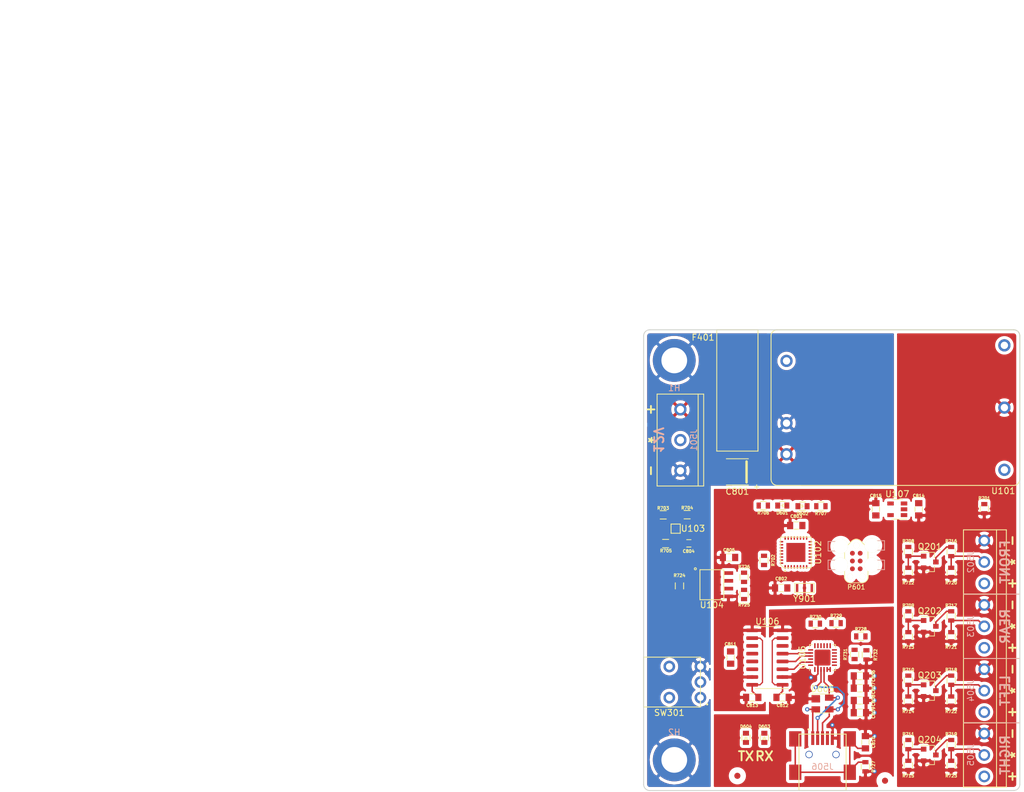
<source format=kicad_pcb>
(kicad_pcb (version 20171130) (host pcbnew 5.1.6-c6e7f7d~86~ubuntu18.04.1)
  (title_block (title "Vehicle Accessory Controller") (date 2020-06-10) (rev 0.1) (company Noctivore) (comment 1 "IF IN DOUBT - ASK") (comment 2 "Designed by Ops"))
  (layers (0 F.Cu signal) (1 In1.Cu power) (2 In2.Cu power) (31 B.Cu signal) (34 B.Paste user) (35 F.Paste user hide) (36 B.SilkS user) (37 F.SilkS user) (38 B.Mask user) (39 F.Mask user) (44 Edge.Cuts user))
  (net 0 "")
  (net 1 "Net-(C801-Pad1)")
  (net 2 GNDA)
  (net 3 +5V)
  (net 4 GND)
  (net 5 "Net-(C803-Pad1)")
  (net 6 +12VA)
  (net 7 VBUS)
  (net 8 GNDD)
  (net 9 VDD)
  (net 10 /SHIELD)
  (net 11 "Net-(C811-Pad2)")
  (net 12 "Net-(D601-Pad1)")
  (net 13 "Net-(D602-Pad1)")
  (net 14 "Net-(D603-Pad1)")
  (net 15 "Net-(D604-Pad1)")
  (net 16 /D+)
  (net 17 /D-)
  (net 18 /ACC_IN)
  (net 19 "Net-(J502-Pad2)")
  (net 20 "Net-(J503-Pad2)")
  (net 21 "Net-(J504-Pad2)")
  (net 22 "Net-(J505-Pad2)")
  (net 23 "Net-(J506-Pad4)")
  (net 24 /328P_SCK)
  (net 25 /328P_MISO)
  (net 26 /328P_MOSI)
  (net 27 "Net-(Q201-Pad3)")
  (net 28 "Net-(Q201-Pad1)")
  (net 29 "Net-(Q202-Pad1)")
  (net 30 "Net-(Q202-Pad3)")
  (net 31 "Net-(Q203-Pad1)")
  (net 32 "Net-(Q203-Pad3)")
  (net 33 "Net-(Q204-Pad3)")
  (net 34 "Net-(Q204-Pad1)")
  (net 35 /TRIM)
  (net 36 "Net-(R703-Pad1)")
  (net 37 /CTRL)
  (net 38 /PARK_STATUS)
  (net 39 /POWER_STATUS)
  (net 40 /PARK_FRONT)
  (net 41 /PARK_REAR)
  (net 42 /PARK_LEFT)
  (net 43 /PARK_RIGHT)
  (net 44 "Net-(R724-Pad2)")
  (net 45 /ACC)
  (net 46 "Net-(R728-Pad2)")
  (net 47 /RX_LED)
  (net 48 /TX_LED)
  (net 49 /VBUS_DIV)
  (net 50 /SHUTDOWN)
  (net 51 /328P_TXD)
  (net 52 /328P_RXD)
  (net 53 "Net-(U102-Pad28)")
  (net 54 "Net-(U102-Pad13)")
  (net 55 "Net-(U102-Pad27)")
  (net 56 "Net-(U102-Pad7)")
  (net 57 "Net-(U102-Pad8)")
  (net 58 "Net-(U104-Pad1)")
  (net 59 "Net-(U104-Pad7)")
  (net 60 "Net-(U104-Pad4)")
  (net 61 "Net-(U105-Pad1)")
  (net 62 "Net-(U105-Pad10)")
  (net 63 "Net-(U105-Pad11)")
  (net 64 "Net-(U105-Pad12)")
  (net 65 "Net-(U105-Pad15)")
  (net 66 "Net-(U105-Pad16)")
  (net 67 "Net-(U105-Pad17)")
  (net 68 "Net-(U105-Pad18)")
  (net 69 "Net-(U105-Pad19)")
  (net 70 /CP2102N_RXD)
  (net 71 /CP2102N_TXD)
  (net 72 "Net-(U105-Pad22)")
  (net 73 "Net-(U105-Pad24)")
  (net 74 +5VD)
  (net 75 /CP2102N_RST)
  (net 76 /328P_RST)
  (net 77 "Net-(U106-Pad6)")
  (net 78 "Net-(U106-Pad11)")
  (net 79 "Net-(U102-Pad14)")
  (net 80 "Net-(U107-Pad4)")
  (net 81 /ACC_OUT)
  (module "VehicleAccessoryController:TI_DSE_(S-PWSON-N6)" (layer F.Cu) (at 122.03 97.96)
    (fp_text reference U103 (at 2.83 -0.02) (layer F.SilkS))
    (fp_text value TPS3710)
    (pad 1 smd custom (at -0.5 0.525) (size 0.1 0.1) (layers F.Cu F.Paste F.Mask) (net 2 GNDA) (clearance 0.05) (options (clearance outline) (anchor rect)) (primitives (gr_poly (pts (xy -0.14 0.425) (xy 0.14 0.425) (xy 0.14 -0.425) (xy 0 -0.425) (xy -0.14 -0.285)) (width 0))))
    (pad 3 smd rect (at 0.5 0.575) (size 0.28 0.75) (layers F.Cu F.Paste F.Mask) (net 2 GNDA) (clearance 0.05))
    (pad 2 smd rect (at 0 0.575) (size 0.28 0.75) (layers F.Cu F.Paste F.Mask) (net 6 +12VA) (clearance 0.05))
    (pad 4 smd rect (at 0.5 -0.575) (size 0.28 0.75) (layers F.Cu F.Paste F.Mask) (net 36 "Net-(R703-Pad1)") (clearance 0.05))
    (pad 5 smd rect (at 0 -0.575) (size 0.28 0.75) (layers F.Cu F.Paste F.Mask) (net 2 GNDA) (clearance 0.05))
    (pad 6 smd rect (at -0.5 -0.575) (size 0.28 0.75) (layers F.Cu F.Paste F.Mask) (net 50 /SHUTDOWN) (clearance 0.05))
  )
  (module VehicleAccessoryController:Keystone_8719 (layer F.Cu) (at 119 83.5 270)
    (fp_text reference J501 (at 0 -6 90) (layer B.SilkS) (effects (justify mirror)))
    (fp_text value Input)
    (pad 3 thru_hole circle (at 5 -3.8 270) (size 2 2) (drill 1.194) (layers *.Cu *.Mask) (net 2 GNDA))
    (pad 1 thru_hole circle (at -5 -3.8 270) (size 2 2) (drill 1.194) (layers *.Cu *.Mask) (net 6 +12VA))
    (pad 2 thru_hole circle (at 0 -3.8 270) (size 2 2) (drill 1.194) (layers *.Cu *.Mask) (net 18 /ACC_IN))
  )
  (module VehicleAccessoryController:Keystone_3587 (layer F.Cu) (at 132.1 75.4 270)
    (fp_text reference F401 (at -8.65 5.6) (layer F.SilkS))
    (fp_text value Fuse)
    (pad 2 smd rect (at 6.73 3.16 270) (size 1.57 2.82) (layers F.Cu F.Paste F.Mask) (net 1 "Net-(C801-Pad1)"))
    (pad 1 smd rect (at -6.73 3.16 270) (size 1.57 2.82) (layers F.Cu F.Paste F.Mask) (net 6 +12VA))
    (pad 2 smd rect (at 6.73 -3.16 270) (size 1.57 2.82) (layers F.Cu F.Paste F.Mask) (net 1 "Net-(C801-Pad1)"))
    (pad 1 smd rect (at -6.73 -3.16 270) (size 1.57 2.82) (layers F.Cu F.Paste F.Mask) (net 6 +12VA))
  )
  (module VehicleAccessoryController:C_2917_D (layer F.Cu) (at 132.1 88.7 180)
    (fp_text reference C801 (at 0 -3.2) (layer F.SilkS))
    (fp_text value 10uF)
    (pad 2 smd rect (at 3.15 0 180) (size 2.37 2.43) (layers F.Cu F.Paste F.Mask) (net 2 GNDA))
    (pad 1 smd rect (at -3.15 0 180) (size 2.37 2.43) (layers F.Cu F.Paste F.Mask) (net 1 "Net-(C801-Pad1)"))
  )
  (module VehicleAccessoryController:SOIC-8_NB (layer F.Cu) (at 127.94 107.11)
    (fp_text reference U104 (at 0 3.3) (layer F.SilkS))
    (fp_text value SI8710CC-B-IS)
    (pad 5 smd rect (at 2.7 1.905) (size 1.55 0.6) (layers F.Cu F.Paste F.Mask) (net 4 GND) (clearance 0.1))
    (pad 4 smd rect (at -2.7 1.905) (size 1.55 0.6) (layers F.Cu F.Paste F.Mask) (net 60 "Net-(U104-Pad4)") (clearance 0.1))
    (pad 6 smd rect (at 2.7 0.635) (size 1.55 0.6) (layers F.Cu F.Paste F.Mask) (net 81 /ACC_OUT) (clearance 0.1))
    (pad 3 smd rect (at -2.7 0.635) (size 1.55 0.6) (layers F.Cu F.Paste F.Mask) (net 2 GNDA) (clearance 0.1))
    (pad 7 smd rect (at 2.7 -0.635) (size 1.55 0.6) (layers F.Cu F.Paste F.Mask) (net 59 "Net-(U104-Pad7)") (clearance 0.1))
    (pad 2 smd rect (at -2.7 -0.635) (size 1.55 0.6) (layers F.Cu F.Paste F.Mask) (net 44 "Net-(R724-Pad2)") (clearance 0.1))
    (pad 8 smd rect (at 2.7 -1.905) (size 1.55 0.6) (layers F.Cu F.Paste F.Mask) (net 74 +5VD) (clearance 0.1))
    (pad 1 smd rect (at -2.7 -1.905) (size 1.55 0.6) (layers F.Cu F.Paste F.Mask) (net 58 "Net-(U104-Pad1)") (clearance 0.1))
  )
  (module VehicleAccessoryController:LED_0603 (layer F.Cu) (at 139.43 94.19)
    (fp_text reference D601 (at 0 1.2) (layer F.SilkS) (effects (font (size 0.5 0.5) (thickness 0.125))))
    (fp_text value LED_ALT hide)
    (pad 2 smd rect (at 0.75 0) (size 0.8 1) (layers F.Cu F.Paste F.Mask) (net 74 +5VD))
    (pad 1 smd rect (at -0.75 0) (size 0.8 1) (layers F.Cu F.Paste F.Mask) (net 12 "Net-(D601-Pad1)"))
  )
  (module VehicleAccessoryController:LED_0603 (layer F.Cu) (at 142.73 94.29 180)
    (fp_text reference D602 (at 0 -1.2) (layer F.SilkS) (effects (font (size 0.5 0.5) (thickness 0.125))))
    (fp_text value LED_ALT hide)
    (pad 2 smd rect (at 0.75 0 180) (size 0.8 1) (layers F.Cu F.Paste F.Mask) (net 74 +5VD))
    (pad 1 smd rect (at -0.75 0 180) (size 0.8 1) (layers F.Cu F.Paste F.Mask) (net 13 "Net-(D602-Pad1)"))
  )
  (module VehicleAccessoryController:LED_0603 (layer F.Cu) (at 136.5 132.1 270)
    (fp_text reference D603 (at -1.85 0 180) (layer F.SilkS) (effects (font (size 0.5 0.5) (thickness 0.125))))
    (fp_text value LED_ALT hide)
    (pad 2 smd rect (at 0.75 0 270) (size 0.8 1) (layers F.Cu F.Paste F.Mask) (net 9 VDD))
    (pad 1 smd rect (at -0.75 0 270) (size 0.8 1) (layers F.Cu F.Paste F.Mask) (net 14 "Net-(D603-Pad1)"))
  )
  (module VehicleAccessoryController:LED_0603 (layer F.Cu) (at 133.5 132.1 270)
    (fp_text reference D604 (at -1.85 0 180) (layer F.SilkS) (effects (font (size 0.5 0.5) (thickness 0.125))))
    (fp_text value LED_ALT hide)
    (pad 2 smd rect (at 0.75 0 270) (size 0.8 1) (layers F.Cu F.Paste F.Mask) (net 9 VDD))
    (pad 1 smd rect (at -0.75 0 270) (size 0.8 1) (layers F.Cu F.Paste F.Mask) (net 15 "Net-(D604-Pad1)"))
  )
  (module VehicleAccessoryController:ATMEGA328P-MU_VQFN_MLF32 (layer F.Cu) (at 141.65 101.84 90)
    (fp_text reference U102 (at 0 3.6 90) (layer F.SilkS))
    (fp_text value "ATMEGA328P-M(32QFN_MLF)" hide)
    (pad 17 smd oval (at 2.35 1.75 90) (size 0.6 0.25) (layers F.Cu F.Paste F.Mask) (net 24 /328P_SCK))
    (pad 18 smd oval (at 2.35 1.25 90) (size 0.6 0.25) (layers F.Cu F.Paste F.Mask) (net 74 +5VD))
    (pad 19 smd oval (at 2.35 0.75 90) (size 0.6 0.25) (layers F.Cu F.Paste F.Mask))
    (pad 20 smd oval (at 2.35 0.25 90) (size 0.6 0.25) (layers F.Cu F.Paste F.Mask) (net 5 "Net-(C803-Pad1)"))
    (pad 21 smd oval (at 2.35 -0.25 90) (size 0.6 0.25) (layers F.Cu F.Paste F.Mask) (net 4 GND))
    (pad 22 smd oval (at 2.35 -0.75 90) (size 0.6 0.25) (layers F.Cu F.Paste F.Mask))
    (pad 23 smd oval (at 2.35 -1.25 90) (size 0.6 0.25) (layers F.Cu F.Paste F.Mask) (net 40 /PARK_FRONT))
    (pad 24 smd oval (at 2.35 -1.75 90) (size 0.6 0.25) (layers F.Cu F.Paste F.Mask) (net 41 /PARK_REAR))
    (pad 8 smd oval (at -2.35 1.75 90) (size 0.6 0.25) (layers F.Cu F.Paste F.Mask) (net 57 "Net-(U102-Pad8)"))
    (pad 7 smd oval (at -2.35 1.25 90) (size 0.6 0.25) (layers F.Cu F.Paste F.Mask) (net 56 "Net-(U102-Pad7)"))
    (pad 6 smd oval (at -2.35 0.75 90) (size 0.6 0.25) (layers F.Cu F.Paste F.Mask))
    (pad 5 smd oval (at -2.35 0.25 90) (size 0.6 0.25) (layers F.Cu F.Paste F.Mask) (net 4 GND))
    (pad 4 smd oval (at -2.35 -0.25 90) (size 0.6 0.25) (layers F.Cu F.Paste F.Mask) (net 74 +5VD))
    (pad 3 smd oval (at -2.35 -0.75 90) (size 0.6 0.25) (layers F.Cu F.Paste F.Mask) (net 4 GND))
    (pad 2 smd oval (at -2.35 -1.25 90) (size 0.6 0.25) (layers F.Cu F.Paste F.Mask))
    (pad 16 smd oval (at 1.75 2.35 180) (size 0.6 0.25) (layers F.Cu F.Paste F.Mask) (net 25 /328P_MISO))
    (pad 25 smd oval (at 1.75 -2.35 180) (size 0.6 0.25) (layers F.Cu F.Paste F.Mask) (net 42 /PARK_LEFT))
    (pad 15 smd oval (at 1.25 2.35 180) (size 0.6 0.25) (layers F.Cu F.Paste F.Mask) (net 26 /328P_MOSI))
    (pad 26 smd oval (at 1.25 -2.35 180) (size 0.6 0.25) (layers F.Cu F.Paste F.Mask) (net 43 /PARK_RIGHT))
    (pad 14 smd oval (at 0.75 2.35 180) (size 0.6 0.25) (layers F.Cu F.Paste F.Mask) (net 79 "Net-(U102-Pad14)"))
    (pad 27 smd oval (at 0.75 -2.35 180) (size 0.6 0.25) (layers F.Cu F.Paste F.Mask) (net 55 "Net-(U102-Pad27)"))
    (pad 13 smd oval (at 0.25 2.35 180) (size 0.6 0.25) (layers F.Cu F.Paste F.Mask) (net 54 "Net-(U102-Pad13)"))
    (pad 28 smd oval (at 0.25 -2.35 180) (size 0.6 0.25) (layers F.Cu F.Paste F.Mask) (net 53 "Net-(U102-Pad28)"))
    (pad 12 smd oval (at -0.25 2.35 180) (size 0.6 0.25) (layers F.Cu F.Paste F.Mask))
    (pad 29 smd oval (at -0.25 -2.35 180) (size 0.6 0.25) (layers F.Cu F.Paste F.Mask) (net 76 /328P_RST))
    (pad 11 smd oval (at -0.75 2.35 180) (size 0.6 0.25) (layers F.Cu F.Paste F.Mask))
    (pad 30 smd oval (at -0.75 -2.35 180) (size 0.6 0.25) (layers F.Cu F.Paste F.Mask) (net 52 /328P_RXD))
    (pad 10 smd oval (at -1.25 2.35 180) (size 0.6 0.25) (layers F.Cu F.Paste F.Mask) (net 38 /PARK_STATUS))
    (pad 31 smd oval (at -1.25 -2.35 180) (size 0.6 0.25) (layers F.Cu F.Paste F.Mask) (net 51 /328P_TXD))
    (pad 9 smd oval (at -1.75 2.35 180) (size 0.6 0.25) (layers F.Cu F.Paste F.Mask) (net 39 /POWER_STATUS))
    (pad 32 smd oval (at -1.75 -2.35 180) (size 0.6 0.25) (layers F.Cu F.Paste F.Mask) (net 45 /ACC))
    (pad 1 smd oval (at -2.35 -1.75 90) (size 0.6 0.25) (layers F.Cu F.Paste F.Mask))
    (pad 0 smd rect (at 0 0 90) (size 3.1 3.1) (layers F.Cu F.Paste F.Mask) (net 4 GND))
  )
  (module VehicleAccessoryController:AFCI_10033526_USB-mini (layer F.Cu) (at 146 134.82)
    (fp_text reference J506 (at 0 2) (layer B.SilkS) (effects (justify mirror)))
    (fp_text value USB_B_Mini)
    (pad 5 smd rect (at 1.6 -2.675) (size 0.5 2.25) (layers F.Cu F.Paste F.Mask) (net 8 GNDD))
    (pad 4 smd rect (at 0.8 -2.675) (size 0.5 2.25) (layers F.Cu F.Paste F.Mask) (net 23 "Net-(J506-Pad4)"))
    (pad 3 smd rect (at 0 -2.675) (size 0.5 2.25) (layers F.Cu F.Paste F.Mask) (net 16 /D+))
    (pad 2 smd rect (at -0.8 -2.675) (size 0.5 2.25) (layers F.Cu F.Paste F.Mask) (net 17 /D-))
    (pad 0 smd rect (at 4.45 2.9) (size 2 2.5) (layers F.Cu F.Paste F.Mask) (net 10 /SHIELD))
    (pad 0 smd rect (at -4.45 2.9) (size 2 2.5) (layers F.Cu F.Paste F.Mask) (net 10 /SHIELD))
    (pad 0 smd rect (at 4.45 -2.55) (size 2 2.5) (layers F.Cu F.Paste F.Mask) (net 10 /SHIELD))
    (pad 0 smd rect (at -4.45 -2.55) (size 2 2.5) (layers F.Cu F.Paste F.Mask) (net 10 /SHIELD))
    (pad "" np_thru_hole circle (at 2.2 0) (size 1.2 1.2) (drill 0.95) (layers *.Cu *.Mask))
    (pad "" np_thru_hole circle (at -2.2 0) (size 1.2 1.2) (drill 0.95) (layers *.Cu *.Mask))
    (pad 1 smd rect (at -1.6 -2.675) (size 0.5 2.25) (layers F.Cu F.Paste F.Mask) (net 7 VBUS))
  )
  (module VehicleAccessoryController:C&K_ET_Series_Switch (layer F.Cu) (at 126.07 123 270)
    (fp_text reference SW301 (at 5 5.08 180) (layer F.SilkS))
    (fp_text value ON/OFF)
    (pad 0 thru_hole circle (at 2.54 5.08 270) (size 1.9 1.9) (drill 1.09) (layers *.Cu *.Mask) (clearance 0.1))
    (pad 0 thru_hole circle (at -2.54 5.08 270) (size 1.9 1.9) (drill 1.09) (layers *.Cu *.Mask) (clearance 0.1))
    (pad 1 thru_hole circle (at 2.54 0 270) (size 1.9 1.9) (drill 1.09) (layers *.Cu *.Mask) (net 50 /SHUTDOWN) (clearance 0.1))
    (pad 2 thru_hole circle (at 0 0 270) (size 1.9 1.9) (drill 1.09) (layers *.Cu *.Mask) (net 37 /CTRL) (clearance 0.1))
    (pad 3 thru_hole circle (at -2.54 0 270) (size 1.9 1.9) (drill 1.09) (layers *.Cu *.Mask) (net 2 GNDA) (clearance 0.1))
  )
  (module VehicleAccessoryController:REM20-XXXXXW (layer F.Cu) (at 157.9 78.2)
    (fp_text reference U101 (at 17.6 13.6) (layer F.SilkS))
    (fp_text value RECOM_REMX0-W)
    (pad 3 thru_hole circle (at -17.78 -7.62) (size 2 2) (drill 1.2) (layers *.Cu *.Mask) (net 37 /CTRL))
    (pad 2 thru_hole circle (at -17.78 2.54) (size 2 2) (drill 1.2) (layers *.Cu *.Mask) (net 2 GNDA))
    (pad 1 thru_hole circle (at -17.78 7.62) (size 2 2) (drill 1.2) (layers *.Cu *.Mask) (net 1 "Net-(C801-Pad1)"))
    (pad 6 thru_hole circle (at 17.78 10.16) (size 2 2) (drill 1.2) (layers *.Cu *.Mask) (net 3 +5V))
    (pad 5 thru_hole circle (at 17.78 0) (size 2 2) (drill 1.2) (layers *.Cu *.Mask) (net 4 GND))
    (pad 4 thru_hole circle (at 17.78 -10.16) (size 2 2) (drill 1.2) (layers *.Cu *.Mask) (net 35 /TRIM))
  )
  (module VehicleAccessoryController:TE_1776275-3 (layer F.Cu) (at 172.4 103.4 90)
    (fp_text reference J502 (at 0 -2.2 90) (layer B.SilkS) (effects (justify mirror)))
    (fp_text value "Front Conn")
    (pad 3 thru_hole circle (at 3.5 0 90) (size 1.9 1.9) (drill 1.2) (layers *.Cu *.Mask) (net 4 GND))
    (pad 2 thru_hole circle (at 0 0 90) (size 1.9 1.9) (drill 1.2) (layers *.Cu *.Mask) (net 19 "Net-(J502-Pad2)"))
    (pad 1 thru_hole circle (at -3.5 0 90) (size 1.9 1.9) (drill 1.2) (layers *.Cu *.Mask) (net 3 +5V))
  )
  (module VehicleAccessoryController:TE_1776275-3 (layer F.Cu) (at 172.4 113.9 90)
    (fp_text reference J503 (at 0 -2.2 90) (layer B.SilkS) (effects (justify mirror)))
    (fp_text value "Rear Conn")
    (pad 3 thru_hole circle (at 3.5 0 90) (size 1.9 1.9) (drill 1.2) (layers *.Cu *.Mask) (net 4 GND))
    (pad 2 thru_hole circle (at 0 0 90) (size 1.9 1.9) (drill 1.2) (layers *.Cu *.Mask) (net 20 "Net-(J503-Pad2)"))
    (pad 1 thru_hole circle (at -3.5 0 90) (size 1.9 1.9) (drill 1.2) (layers *.Cu *.Mask) (net 3 +5V))
  )
  (module VehicleAccessoryController:TE_1776275-3 (layer F.Cu) (at 172.4 124.4 90)
    (fp_text reference J504 (at 0 -2.2 90) (layer B.SilkS) (effects (justify mirror)))
    (fp_text value "Left Conn")
    (pad 3 thru_hole circle (at 3.5 0 90) (size 1.9 1.9) (drill 1.2) (layers *.Cu *.Mask) (net 4 GND))
    (pad 2 thru_hole circle (at 0 0 90) (size 1.9 1.9) (drill 1.2) (layers *.Cu *.Mask) (net 21 "Net-(J504-Pad2)"))
    (pad 1 thru_hole circle (at -3.5 0 90) (size 1.9 1.9) (drill 1.2) (layers *.Cu *.Mask) (net 3 +5V))
  )
  (module VehicleAccessoryController:TE_1776275-3 (layer F.Cu) (at 172.4 134.9 90)
    (fp_text reference J505 (at 0 -2.2 90) (layer B.SilkS) (effects (justify mirror)))
    (fp_text value "Right Conn")
    (pad 3 thru_hole circle (at 3.5 0 90) (size 1.9 1.9) (drill 1.2) (layers *.Cu *.Mask) (net 4 GND))
    (pad 2 thru_hole circle (at 0 0 90) (size 1.9 1.9) (drill 1.2) (layers *.Cu *.Mask) (net 22 "Net-(J505-Pad2)"))
    (pad 1 thru_hole circle (at -3.5 0 90) (size 1.9 1.9) (drill 1.2) (layers *.Cu *.Mask) (net 3 +5V))
  )
  (module VehicleAccessoryController:FAB_NOTES (layer F.Cu) (at 12 12)
    (fp_text reference REF** hide)
    (fp_text value FAB_NOTES hide)
  )
  (module VehicleAccessoryController:C_0603 (layer F.Cu) (at 139.25 107.64 180)
    (fp_text reference C802 (at 0 1.5) (layer F.SilkS) (effects (font (size 0.5 0.5) (thickness 0.125))))
    (fp_text value 1uF)
    (pad 1 smd rect (at -1 0 180) (size 1 1.2) (layers F.Cu F.Paste F.Mask) (net 74 +5VD))
    (pad 2 smd rect (at 1 0 180) (size 1 1.2) (layers F.Cu F.Paste F.Mask) (net 4 GND))
  )
  (module VehicleAccessoryController:C_0603 (layer F.Cu) (at 141.71 97.45 180)
    (fp_text reference C803 (at 0 1.5) (layer F.SilkS) (effects (font (size 0.5 0.5) (thickness 0.125))))
    (fp_text value 0.1uF)
    (pad 2 smd rect (at 1 0 180) (size 1 1.2) (layers F.Cu F.Paste F.Mask) (net 4 GND))
    (pad 1 smd rect (at -1 0 180) (size 1 1.2) (layers F.Cu F.Paste F.Mask) (net 5 "Net-(C803-Pad1)"))
  )
  (module VehicleAccessoryController:C_0603 (layer F.Cu) (at 124.18 100.36)
    (fp_text reference C804 (at -0.03 1.29) (layer F.SilkS) (effects (font (size 0.5 0.5) (thickness 0.125))))
    (fp_text value 0.1uF)
    (pad 2 smd rect (at 1 0) (size 1 1.2) (layers F.Cu F.Paste F.Mask) (net 2 GNDA))
    (pad 1 smd rect (at -1 0) (size 1 1.2) (layers F.Cu F.Paste F.Mask) (net 6 +12VA))
  )
  (module VehicleAccessoryController:C_0603 (layer F.Cu) (at 130.74 102.66 180)
    (fp_text reference C805 (at 0 1.2) (layer F.SilkS) (effects (font (size 0.5 0.5) (thickness 0.125))))
    (fp_text value 0.1uF)
    (pad 2 smd rect (at 1 0 180) (size 1 1.2) (layers F.Cu F.Paste F.Mask) (net 4 GND))
    (pad 1 smd rect (at -1 0 180) (size 1 1.2) (layers F.Cu F.Paste F.Mask) (net 74 +5VD))
  )
  (module VehicleAccessoryController:C_0603 (layer F.Cu) (at 152.1 122)
    (fp_text reference C806 (at 2.2 0 90) (layer F.SilkS) (effects (font (size 0.5 0.5) (thickness 0.125))))
    (fp_text value 4.7uF)
    (pad 1 smd rect (at -1 0) (size 1 1.2) (layers F.Cu F.Paste F.Mask) (net 7 VBUS))
    (pad 2 smd rect (at 1 0) (size 1 1.2) (layers F.Cu F.Paste F.Mask) (net 8 GNDD))
  )
  (module VehicleAccessoryController:C_0603 (layer F.Cu) (at 152.1 124)
    (fp_text reference C807 (at 2.2 0 90) (layer F.SilkS) (effects (font (size 0.5 0.5) (thickness 0.125))))
    (fp_text value 0.1uF)
    (pad 1 smd rect (at -1 0) (size 1 1.2) (layers F.Cu F.Paste F.Mask) (net 7 VBUS))
    (pad 2 smd rect (at 1 0) (size 1 1.2) (layers F.Cu F.Paste F.Mask) (net 8 GNDD))
  )
  (module VehicleAccessoryController:C_0603 (layer F.Cu) (at 152.1 126)
    (fp_text reference C808 (at 2.2 0 90) (layer F.SilkS) (effects (font (size 0.5 0.5) (thickness 0.125))))
    (fp_text value 4.7uF)
    (pad 1 smd rect (at -1 0) (size 1 1.2) (layers F.Cu F.Paste F.Mask) (net 9 VDD))
    (pad 2 smd rect (at 1 0) (size 1 1.2) (layers F.Cu F.Paste F.Mask) (net 8 GNDD))
  )
  (module VehicleAccessoryController:C_0603 (layer F.Cu) (at 152.1 128)
    (fp_text reference C809 (at 2.2 0 90) (layer F.SilkS) (effects (font (size 0.5 0.5) (thickness 0.125))))
    (fp_text value 0.1uF)
    (pad 2 smd rect (at 1 0) (size 1 1.2) (layers F.Cu F.Paste F.Mask) (net 8 GNDD))
    (pad 1 smd rect (at -1 0) (size 1 1.2) (layers F.Cu F.Paste F.Mask) (net 9 VDD))
  )
  (module VehicleAccessoryController:C_0603 (layer F.Cu) (at 153 132.82 90)
    (fp_text reference C810 (at 0 1.3 90) (layer F.SilkS) (effects (font (size 0.5 0.5) (thickness 0.125))))
    (fp_text value 0.1nF)
    (pad 1 smd rect (at -1 0 90) (size 1 1.2) (layers F.Cu F.Paste F.Mask) (net 10 /SHIELD))
    (pad 2 smd rect (at 1 0 90) (size 1 1.2) (layers F.Cu F.Paste F.Mask) (net 8 GNDD))
  )
  (module VehicleAccessoryController:C_0603 (layer F.Cu) (at 131 119 270)
    (fp_text reference C811 (at -2.18 0.02 180) (layer F.SilkS) (effects (font (size 0.5 0.5) (thickness 0.125))))
    (fp_text value 0.1uF)
    (pad 2 smd rect (at 1 0 270) (size 1 1.2) (layers F.Cu F.Paste F.Mask) (net 11 "Net-(C811-Pad2)"))
    (pad 1 smd rect (at -1 0 270) (size 1 1.2) (layers F.Cu F.Paste F.Mask) (net 76 /328P_RST))
  )
  (module VehicleAccessoryController:C_0603 (layer F.Cu) (at 139.475 125.5)
    (fp_text reference C812 (at 0 1.3 180) (layer F.SilkS) (effects (font (size 0.5 0.5) (thickness 0.125))))
    (fp_text value 0.1uF)
    (pad 2 smd rect (at 1 0) (size 1 1.2) (layers F.Cu F.Paste F.Mask) (net 8 GNDD))
    (pad 1 smd rect (at -1 0) (size 1 1.2) (layers F.Cu F.Paste F.Mask) (net 9 VDD))
  )
  (module VehicleAccessoryController:C_0603 (layer F.Cu) (at 134.525 125.5 180)
    (fp_text reference C813 (at 0 -1.3 180) (layer F.SilkS) (effects (font (size 0.5 0.5) (thickness 0.125))))
    (fp_text value 0.1uF)
    (pad 1 smd rect (at -1 0 180) (size 1 1.2) (layers F.Cu F.Paste F.Mask) (net 74 +5VD))
    (pad 2 smd rect (at 1 0 180) (size 1 1.2) (layers F.Cu F.Paste F.Mask) (net 4 GND))
  )
  (module Package_TO_SOT_SMD:SOT-143 (layer F.Cu) (at 146 126.5)
    (fp_text reference D605 (at 0.02 -2.38) (layer F.SilkS))
    (fp_text value SP0503BAHT)
    (pad 1 smd rect (at -1.1 -0.77 270) (size 1.2 1.4) (layers F.Cu F.Paste F.Mask) (net 8 GNDD))
    (pad 2 smd rect (at -1.1 0.95 270) (size 1 1.4) (layers F.Cu F.Paste F.Mask) (net 7 VBUS))
    (pad 3 smd rect (at 1.1 0.95 270) (size 1 1.4) (layers F.Cu F.Paste F.Mask) (net 16 /D+))
    (pad 4 smd rect (at 1.1 -0.95 270) (size 1 1.4) (layers F.Cu F.Paste F.Mask) (net 17 /D-))
  )
  (module VehicleAccessoryController:Fiducial (layer F.Cu) (at 132.1 72)
    (fp_text reference fid1 hide)
    (fp_text value FID)
    (pad 1 smd circle (at 0 0) (size 1 1) (layers F.Cu F.Mask) (clearance 0.9))
  )
  (module VehicleAccessoryController:Fiducial (layer F.Cu) (at 132.1 138.3)
    (fp_text reference fid2 hide)
    (fp_text value FID)
    (pad 1 smd circle (at 0 0) (size 1 1) (layers F.Cu F.Mask) (clearance 0.9))
  )
  (module VehicleAccessoryController:Fiducial (layer F.Cu) (at 156.2 139.1)
    (fp_text reference fid3 hide)
    (fp_text value FID)
    (pad 1 smd circle (at 0 0) (size 1 1) (layers F.Cu F.Mask) (clearance 0.9))
  )
  (module Tag-Connect:TC2030_SMALL (layer F.Cu) (at 151.51 103.24 270)
    (fp_text reference P601 (at 4.26 0 180) (layer F.SilkS) (effects (font (size 0.75692 0.75692) (thickness 0.127))))
    (fp_text value TC2030-MCP hide)
    (pad 1 connect circle (at -1.27 0.635 270) (size 0.78486 0.78486) (layers F.Cu F.Mask) (net 74 +5VD))
    (pad 2 connect circle (at -1.27 -0.635 270) (size 0.78486 0.78486) (layers F.Cu F.Mask) (net 76 /328P_RST))
    (pad 3 connect circle (at 0 0.635 270) (size 0.78486 0.78486) (layers F.Cu F.Mask) (net 24 /328P_SCK))
    (pad 4 connect circle (at 0 -0.635 270) (size 0.78486 0.78486) (layers F.Cu F.Mask) (net 4 GND))
    (pad 5 connect circle (at 1.27 0.635 270) (size 0.78486 0.78486) (layers F.Cu F.Mask) (net 25 /328P_MISO))
    (pad 6 connect circle (at 1.27 -0.635 270) (size 0.78486 0.78486) (layers F.Cu F.Mask) (net 26 /328P_MOSI))
    (pad "" np_thru_hole circle (at -2.54 0 270) (size 0.98806 0.98806) (drill 0.98806) (layers *.Cu *.Mask F.SilkS))
    (pad "" np_thru_hole circle (at 2.54 -1.016 270) (size 0.98552 0.98552) (drill 0.98552) (layers *.Cu *.Mask F.SilkS))
    (pad "" np_thru_hole circle (at 2.54 1.016 270) (size 0.98552 0.98552) (drill 0.98552) (layers *.Cu *.Mask F.SilkS))
    (pad "" np_thru_hole circle (at -2.54 -2.54 270) (size 2.37236 2.37236) (drill 2.37236) (layers *.Cu *.Mask F.SilkS))
    (pad "" np_thru_hole circle (at 0.635 -2.54 270) (size 2.36982 2.36982) (drill 2.36982) (layers *.Cu *.Mask F.SilkS))
    (pad "" np_thru_hole circle (at -2.413 2.54 270) (size 2.36982 2.36982) (drill 2.36982) (layers *.Cu *.Mask F.SilkS))
    (pad "" np_thru_hole circle (at 0.635 2.54 270) (size 2.36982 2.36982) (drill 2.36982) (layers *.Cu *.Mask F.SilkS))
  )
  (module Package_TO_SOT_SMD:SOT-23 (layer F.Cu) (at 163.5 103.4)
    (fp_text reference Q201 (at 0 -2.5) (layer F.SilkS))
    (fp_text value BSS138)
    (pad 3 smd rect (at 1 0) (size 0.9 0.8) (layers F.Cu F.Paste F.Mask) (net 27 "Net-(Q201-Pad3)"))
    (pad 2 smd rect (at -1 0.95) (size 0.9 0.8) (layers F.Cu F.Paste F.Mask) (net 4 GND))
    (pad 1 smd rect (at -1 -0.95) (size 0.9 0.8) (layers F.Cu F.Paste F.Mask) (net 28 "Net-(Q201-Pad1)"))
  )
  (module Package_TO_SOT_SMD:SOT-23 (layer F.Cu) (at 163.5 113.9)
    (fp_text reference Q202 (at 0 -2.5) (layer F.SilkS))
    (fp_text value BSS138)
    (pad 1 smd rect (at -1 -0.95) (size 0.9 0.8) (layers F.Cu F.Paste F.Mask) (net 29 "Net-(Q202-Pad1)"))
    (pad 2 smd rect (at -1 0.95) (size 0.9 0.8) (layers F.Cu F.Paste F.Mask) (net 4 GND))
    (pad 3 smd rect (at 1 0) (size 0.9 0.8) (layers F.Cu F.Paste F.Mask) (net 30 "Net-(Q202-Pad3)"))
  )
  (module Package_TO_SOT_SMD:SOT-23 (layer F.Cu) (at 163.5 124.4)
    (fp_text reference Q203 (at 0 -2.5) (layer F.SilkS))
    (fp_text value BSS138)
    (pad 1 smd rect (at -1 -0.95) (size 0.9 0.8) (layers F.Cu F.Paste F.Mask) (net 31 "Net-(Q203-Pad1)"))
    (pad 2 smd rect (at -1 0.95) (size 0.9 0.8) (layers F.Cu F.Paste F.Mask) (net 4 GND))
    (pad 3 smd rect (at 1 0) (size 0.9 0.8) (layers F.Cu F.Paste F.Mask) (net 32 "Net-(Q203-Pad3)"))
  )
  (module Package_TO_SOT_SMD:SOT-23 (layer F.Cu) (at 163.5 134.9)
    (fp_text reference Q204 (at 0 -2.5) (layer F.SilkS))
    (fp_text value BSS138)
    (pad 3 smd rect (at 1 0) (size 0.9 0.8) (layers F.Cu F.Paste F.Mask) (net 33 "Net-(Q204-Pad3)"))
    (pad 2 smd rect (at -1 0.95) (size 0.9 0.8) (layers F.Cu F.Paste F.Mask) (net 4 GND))
    (pad 1 smd rect (at -1 -0.95) (size 0.9 0.8) (layers F.Cu F.Paste F.Mask) (net 34 "Net-(Q204-Pad1)"))
  )
  (module VehicleAccessoryController:R_0603 (layer F.Cu) (at 172.4 94.7 270)
    (fp_text reference R701 (at -1.7 0 180) (layer F.SilkS) (effects (font (size 0.5 0.5) (thickness 0.125))))
    (fp_text value 48k7)
    (pad 2 smd rect (at 0.75 0 270) (size 0.7 1) (layers F.Cu F.Paste F.Mask) (net 4 GND))
    (pad 1 smd rect (at -0.75 0 270) (size 0.7 1) (layers F.Cu F.Paste F.Mask) (net 35 /TRIM))
  )
  (module VehicleAccessoryController:R_0603 (layer F.Cu) (at 136.45 103.14 90)
    (fp_text reference R702 (at 0 1.5 90) (layer F.SilkS) (effects (font (size 0.5 0.5) (thickness 0.125))))
    (fp_text value 10K)
    (pad 1 smd rect (at -0.75 0 90) (size 0.7 1) (layers F.Cu F.Paste F.Mask) (net 74 +5VD))
    (pad 2 smd rect (at 0.75 0 90) (size 0.7 1) (layers F.Cu F.Paste F.Mask) (net 76 /328P_RST))
  )
  (module VehicleAccessoryController:R_0603 (layer F.Cu) (at 120 95.71 180)
    (fp_text reference R703 (at 0.02 1.1) (layer F.SilkS) (effects (font (size 0.5 0.5) (thickness 0.125))))
    (fp_text value 2M43)
    (pad 2 smd rect (at 0.75 0 180) (size 0.7 1) (layers F.Cu F.Paste F.Mask) (net 6 +12VA))
    (pad 1 smd rect (at -0.75 0 180) (size 0.7 1) (layers F.Cu F.Paste F.Mask) (net 36 "Net-(R703-Pad1)"))
  )
  (module VehicleAccessoryController:R_0603 (layer F.Cu) (at 123.9 95.68 180)
    (fp_text reference R704 (at -0.01 1.11) (layer F.SilkS) (effects (font (size 0.5 0.5) (thickness 0.125))))
    (fp_text value 84k5)
    (pad 1 smd rect (at -0.75 0 180) (size 0.7 1) (layers F.Cu F.Paste F.Mask) (net 2 GNDA))
    (pad 2 smd rect (at 0.75 0 180) (size 0.7 1) (layers F.Cu F.Paste F.Mask) (net 36 "Net-(R703-Pad1)"))
  )
  (module VehicleAccessoryController:R_0603 (layer F.Cu) (at 120.39 100.39)
    (fp_text reference R705 (at 0.05 1.18 180) (layer F.SilkS) (effects (font (size 0.5 0.5) (thickness 0.125))))
    (fp_text value 49k9)
    (pad 2 smd rect (at 0.75 0) (size 0.7 1) (layers F.Cu F.Paste F.Mask) (net 6 +12VA))
    (pad 1 smd rect (at -0.75 0) (size 0.7 1) (layers F.Cu F.Paste F.Mask) (net 37 /CTRL))
  )
  (module VehicleAccessoryController:R_0603 (layer F.Cu) (at 136.33 94.19)
    (fp_text reference R706 (at 0 1.2) (layer F.SilkS) (effects (font (size 0.5 0.5) (thickness 0.125))))
    (fp_text value 430R)
    (pad 1 smd rect (at -0.75 0) (size 0.7 1) (layers F.Cu F.Paste F.Mask) (net 38 /PARK_STATUS))
    (pad 2 smd rect (at 0.75 0) (size 0.7 1) (layers F.Cu F.Paste F.Mask) (net 12 "Net-(D601-Pad1)"))
  )
  (module VehicleAccessoryController:R_0603 (layer F.Cu) (at 145.73 94.29 180)
    (fp_text reference R707 (at 0 -1.2) (layer F.SilkS) (effects (font (size 0.5 0.5) (thickness 0.125))))
    (fp_text value 430R)
    (pad 2 smd rect (at 0.75 0 180) (size 0.7 1) (layers F.Cu F.Paste F.Mask) (net 13 "Net-(D602-Pad1)"))
    (pad 1 smd rect (at -0.75 0 180) (size 0.7 1) (layers F.Cu F.Paste F.Mask) (net 39 /POWER_STATUS))
  )
  (module VehicleAccessoryController:R_0603 (layer F.Cu) (at 160 101.7 270)
    (fp_text reference R708 (at -1.7 0 180) (layer F.SilkS) (effects (font (size 0.5 0.5) (thickness 0.125))))
    (fp_text value 1k)
    (pad 2 smd rect (at 0.75 0 270) (size 0.7 1) (layers F.Cu F.Paste F.Mask) (net 28 "Net-(Q201-Pad1)"))
    (pad 1 smd rect (at -0.75 0 270) (size 0.7 1) (layers F.Cu F.Paste F.Mask) (net 40 /PARK_FRONT))
  )
  (module VehicleAccessoryController:R_0603 (layer F.Cu) (at 160 112.2 270)
    (fp_text reference R709 (at -1.7 0 180) (layer F.SilkS) (effects (font (size 0.5 0.5) (thickness 0.125))))
    (fp_text value 1k)
    (pad 1 smd rect (at -0.75 0 270) (size 0.7 1) (layers F.Cu F.Paste F.Mask) (net 41 /PARK_REAR))
    (pad 2 smd rect (at 0.75 0 270) (size 0.7 1) (layers F.Cu F.Paste F.Mask) (net 29 "Net-(Q202-Pad1)"))
  )
  (module VehicleAccessoryController:R_0603 (layer F.Cu) (at 160 122.7 270)
    (fp_text reference R710 (at -1.7 0 180) (layer F.SilkS) (effects (font (size 0.5 0.5) (thickness 0.125))))
    (fp_text value 1k)
    (pad 2 smd rect (at 0.75 0 270) (size 0.7 1) (layers F.Cu F.Paste F.Mask) (net 31 "Net-(Q203-Pad1)"))
    (pad 1 smd rect (at -0.75 0 270) (size 0.7 1) (layers F.Cu F.Paste F.Mask) (net 42 /PARK_LEFT))
  )
  (module VehicleAccessoryController:R_0603 (layer F.Cu) (at 160 133.2 270)
    (fp_text reference R711 (at -1.7 0 180) (layer F.SilkS) (effects (font (size 0.5 0.5) (thickness 0.125))))
    (fp_text value 1k)
    (pad 1 smd rect (at -0.75 0 270) (size 0.7 1) (layers F.Cu F.Paste F.Mask) (net 43 /PARK_RIGHT))
    (pad 2 smd rect (at 0.75 0 270) (size 0.7 1) (layers F.Cu F.Paste F.Mask) (net 34 "Net-(Q204-Pad1)"))
  )
  (module VehicleAccessoryController:R_0603 (layer F.Cu) (at 160 105.1 90)
    (fp_text reference R712 (at -1.7 0 180) (layer F.SilkS) (effects (font (size 0.5 0.5) (thickness 0.125))))
    (fp_text value 1M)
    (pad 1 smd rect (at -0.75 0 90) (size 0.7 1) (layers F.Cu F.Paste F.Mask) (net 4 GND))
    (pad 2 smd rect (at 0.75 0 90) (size 0.7 1) (layers F.Cu F.Paste F.Mask) (net 28 "Net-(Q201-Pad1)"))
  )
  (module VehicleAccessoryController:R_0603 (layer F.Cu) (at 160 115.6 90)
    (fp_text reference R713 (at -1.7 0 180) (layer F.SilkS) (effects (font (size 0.5 0.5) (thickness 0.125))))
    (fp_text value 1M)
    (pad 2 smd rect (at 0.75 0 90) (size 0.7 1) (layers F.Cu F.Paste F.Mask) (net 29 "Net-(Q202-Pad1)"))
    (pad 1 smd rect (at -0.75 0 90) (size 0.7 1) (layers F.Cu F.Paste F.Mask) (net 4 GND))
  )
  (module VehicleAccessoryController:R_0603 (layer F.Cu) (at 160 126.1 90)
    (fp_text reference R714 (at -1.7 0 180) (layer F.SilkS) (effects (font (size 0.5 0.5) (thickness 0.125))))
    (fp_text value 1M)
    (pad 2 smd rect (at 0.75 0 90) (size 0.7 1) (layers F.Cu F.Paste F.Mask) (net 31 "Net-(Q203-Pad1)"))
    (pad 1 smd rect (at -0.75 0 90) (size 0.7 1) (layers F.Cu F.Paste F.Mask) (net 4 GND))
  )
  (module VehicleAccessoryController:R_0603 (layer F.Cu) (at 160 136.6 90)
    (fp_text reference R715 (at -1.7 0 180) (layer F.SilkS) (effects (font (size 0.5 0.5) (thickness 0.125))))
    (fp_text value 1M)
    (pad 1 smd rect (at -0.75 0 90) (size 0.7 1) (layers F.Cu F.Paste F.Mask) (net 4 GND))
    (pad 2 smd rect (at 0.75 0 90) (size 0.7 1) (layers F.Cu F.Paste F.Mask) (net 34 "Net-(Q204-Pad1)"))
  )
  (module VehicleAccessoryController:R_0603 (layer F.Cu) (at 167 101.7 270)
    (fp_text reference R716 (at -1.7 0 180) (layer F.SilkS) (effects (font (size 0.5 0.5) (thickness 0.125))))
    (fp_text value 22k1)
    (pad 1 smd rect (at -0.75 0 270) (size 0.7 1) (layers F.Cu F.Paste F.Mask) (net 27 "Net-(Q201-Pad3)"))
    (pad 2 smd rect (at 0.75 0 270) (size 0.7 1) (layers F.Cu F.Paste F.Mask) (net 19 "Net-(J502-Pad2)"))
  )
  (module VehicleAccessoryController:R_0603 (layer F.Cu) (at 167 112.2 270)
    (fp_text reference R717 (at -1.7 0 180) (layer F.SilkS) (effects (font (size 0.5 0.5) (thickness 0.125))))
    (fp_text value 22k1)
    (pad 2 smd rect (at 0.75 0 270) (size 0.7 1) (layers F.Cu F.Paste F.Mask) (net 20 "Net-(J503-Pad2)"))
    (pad 1 smd rect (at -0.75 0 270) (size 0.7 1) (layers F.Cu F.Paste F.Mask) (net 30 "Net-(Q202-Pad3)"))
  )
  (module VehicleAccessoryController:R_0603 (layer F.Cu) (at 167 122.7 270)
    (fp_text reference R718 (at -1.7 0 180) (layer F.SilkS) (effects (font (size 0.5 0.5) (thickness 0.125))))
    (fp_text value 22k1)
    (pad 1 smd rect (at -0.75 0 270) (size 0.7 1) (layers F.Cu F.Paste F.Mask) (net 32 "Net-(Q203-Pad3)"))
    (pad 2 smd rect (at 0.75 0 270) (size 0.7 1) (layers F.Cu F.Paste F.Mask) (net 21 "Net-(J504-Pad2)"))
  )
  (module VehicleAccessoryController:R_0603 (layer F.Cu) (at 167 133.2 270)
    (fp_text reference R719 (at -1.7 0 180) (layer F.SilkS) (effects (font (size 0.5 0.5) (thickness 0.125))))
    (fp_text value 22k1)
    (pad 2 smd rect (at 0.75 0 270) (size 0.7 1) (layers F.Cu F.Paste F.Mask) (net 22 "Net-(J505-Pad2)"))
    (pad 1 smd rect (at -0.75 0 270) (size 0.7 1) (layers F.Cu F.Paste F.Mask) (net 33 "Net-(Q204-Pad3)"))
  )
  (module VehicleAccessoryController:R_0603 (layer F.Cu) (at 167 105.1 90)
    (fp_text reference R720 (at -1.7 0 180) (layer F.SilkS) (effects (font (size 0.5 0.5) (thickness 0.125))))
    (fp_text value 30k9)
    (pad 2 smd rect (at 0.75 0 90) (size 0.7 1) (layers F.Cu F.Paste F.Mask) (net 19 "Net-(J502-Pad2)"))
    (pad 1 smd rect (at -0.75 0 90) (size 0.7 1) (layers F.Cu F.Paste F.Mask) (net 4 GND))
  )
  (module VehicleAccessoryController:R_0603 (layer F.Cu) (at 167 115.6 90)
    (fp_text reference R721 (at -1.7 0 180) (layer F.SilkS) (effects (font (size 0.5 0.5) (thickness 0.125))))
    (fp_text value 30k9)
    (pad 2 smd rect (at 0.75 0 90) (size 0.7 1) (layers F.Cu F.Paste F.Mask) (net 20 "Net-(J503-Pad2)"))
    (pad 1 smd rect (at -0.75 0 90) (size 0.7 1) (layers F.Cu F.Paste F.Mask) (net 4 GND))
  )
  (module VehicleAccessoryController:R_0603 (layer F.Cu) (at 167 126.1 90)
    (fp_text reference R722 (at -1.7 0 180) (layer F.SilkS) (effects (font (size 0.5 0.5) (thickness 0.125))))
    (fp_text value 30k9)
    (pad 2 smd rect (at 0.75 0 90) (size 0.7 1) (layers F.Cu F.Paste F.Mask) (net 21 "Net-(J504-Pad2)"))
    (pad 1 smd rect (at -0.75 0 90) (size 0.7 1) (layers F.Cu F.Paste F.Mask) (net 4 GND))
  )
  (module VehicleAccessoryController:R_0603 (layer F.Cu) (at 167 136.6 90)
    (fp_text reference R723 (at -1.7 0 180) (layer F.SilkS) (effects (font (size 0.5 0.5) (thickness 0.125))))
    (fp_text value 30k9)
    (pad 1 smd rect (at -0.75 0 90) (size 0.7 1) (layers F.Cu F.Paste F.Mask) (net 4 GND))
    (pad 2 smd rect (at 0.75 0 90) (size 0.7 1) (layers F.Cu F.Paste F.Mask) (net 22 "Net-(J505-Pad2)"))
  )
  (module VehicleAccessoryController:R_0603 (layer F.Cu) (at 122.65 107.3 90)
    (fp_text reference R724 (at 1.7 0 180) (layer F.SilkS) (effects (font (size 0.5 0.5) (thickness 0.125))))
    (fp_text value 1k)
    (pad 1 smd rect (at -0.75 0 90) (size 0.7 1) (layers F.Cu F.Paste F.Mask) (net 18 /ACC_IN))
    (pad 2 smd rect (at 0.75 0 90) (size 0.7 1) (layers F.Cu F.Paste F.Mask) (net 44 "Net-(R724-Pad2)"))
  )
  (module VehicleAccessoryController:R_0603 (layer F.Cu) (at 133.19 108.7 90)
    (fp_text reference R725 (at -1.7 0 180) (layer F.SilkS) (effects (font (size 0.5 0.5) (thickness 0.125))))
    (fp_text value 160R)
    (pad 1 smd rect (at -0.75 0 90) (size 0.7 1) (layers F.Cu F.Paste F.Mask) (net 45 /ACC))
    (pad 2 smd rect (at 0.75 0 90) (size 0.7 1) (layers F.Cu F.Paste F.Mask) (net 81 /ACC_OUT))
  )
  (module VehicleAccessoryController:R_0603 (layer F.Cu) (at 133.19 105.9 270)
    (fp_text reference R726 (at -1.7 0 180) (layer F.SilkS) (effects (font (size 0.5 0.5) (thickness 0.125))))
    (fp_text value 1k)
    (pad 2 smd rect (at 0.75 0 270) (size 0.7 1) (layers F.Cu F.Paste F.Mask) (net 81 /ACC_OUT))
    (pad 1 smd rect (at -0.75 0 270) (size 0.7 1) (layers F.Cu F.Paste F.Mask) (net 74 +5VD))
  )
  (module VehicleAccessoryController:R_0603 (layer F.Cu) (at 153 136.82 90)
    (fp_text reference R727 (at 0.02 1.3 90) (layer F.SilkS) (effects (font (size 0.5 0.5) (thickness 0.125))))
    (fp_text value 1M)
    (pad 1 smd rect (at -0.75 0 90) (size 0.7 1) (layers F.Cu F.Paste F.Mask) (net 8 GNDD))
    (pad 2 smd rect (at 0.75 0 90) (size 0.7 1) (layers F.Cu F.Paste F.Mask) (net 10 /SHIELD))
  )
  (module VehicleAccessoryController:R_0603 (layer F.Cu) (at 152.25 115.54 180)
    (fp_text reference R728 (at 0 1.18) (layer F.SilkS) (effects (font (size 0.5 0.5) (thickness 0.125))))
    (fp_text value 1k)
    (pad 2 smd rect (at 0.75 0 180) (size 0.7 1) (layers F.Cu F.Paste F.Mask) (net 46 "Net-(R728-Pad2)"))
    (pad 1 smd rect (at -0.75 0 180) (size 0.7 1) (layers F.Cu F.Paste F.Mask) (net 9 VDD))
  )
  (module VehicleAccessoryController:R_0603 (layer F.Cu) (at 148.21 113.38 180)
    (fp_text reference R729 (at 0 1.2) (layer F.SilkS) (effects (font (size 0.5 0.5) (thickness 0.125))))
    (fp_text value 90R)
    (pad 1 smd rect (at -0.75 0 180) (size 0.7 1) (layers F.Cu F.Paste F.Mask) (net 47 /RX_LED))
    (pad 2 smd rect (at 0.75 0 180) (size 0.7 1) (layers F.Cu F.Paste F.Mask) (net 14 "Net-(D603-Pad1)"))
  )
  (module VehicleAccessoryController:R_0603 (layer F.Cu) (at 144.82 113.46 180)
    (fp_text reference R730 (at -0.03 1.09) (layer F.SilkS) (effects (font (size 0.5 0.5) (thickness 0.125))))
    (fp_text value 90R)
    (pad 1 smd rect (at -0.75 0 180) (size 0.7 1) (layers F.Cu F.Paste F.Mask) (net 48 /TX_LED))
    (pad 2 smd rect (at 0.75 0 180) (size 0.7 1) (layers F.Cu F.Paste F.Mask) (net 15 "Net-(D604-Pad1)"))
  )
  (module VehicleAccessoryController:R_0603 (layer F.Cu) (at 151.23 118.49 270)
    (fp_text reference R731 (at 0 1.5 90) (layer F.SilkS) (effects (font (size 0.5 0.5) (thickness 0.125))))
    (fp_text value 22k1)
    (pad 1 smd rect (at -0.75 0 270) (size 0.7 1) (layers F.Cu F.Paste F.Mask) (net 49 /VBUS_DIV))
    (pad 2 smd rect (at 0.75 0 270) (size 0.7 1) (layers F.Cu F.Paste F.Mask) (net 7 VBUS))
  )
  (module VehicleAccessoryController:R_0603 (layer F.Cu) (at 153.16 118.56 90)
    (fp_text reference R732 (at 0 1.5 90) (layer F.SilkS) (effects (font (size 0.5 0.5) (thickness 0.125))))
    (fp_text value 47k5)
    (pad 2 smd rect (at 0.75 0 90) (size 0.7 1) (layers F.Cu F.Paste F.Mask) (net 49 /VBUS_DIV))
    (pad 1 smd rect (at -0.75 0 90) (size 0.7 1) (layers F.Cu F.Paste F.Mask) (net 8 GNDD))
  )
  (module Package_DFN_QFN:QFN-24-1EP_4x4mm_P0.5mm_EP2.6x2.6mm (layer F.Cu) (at 146 119 90)
    (fp_text reference U105 (at 0 -3.3 90) (layer F.SilkS))
    (fp_text value CP2102N-A02-GQFN24)
    (pad 25 smd roundrect (at 0 0 90) (size 2.6 2.6) (layers F.Cu F.Mask) (roundrect_rratio 0.096154) (net 8 GNDD))
    (pad 1 smd roundrect (at -1.9375 -1.25 90) (size 0.825 0.25) (layers F.Cu F.Paste F.Mask) (net 61 "Net-(U105-Pad1)"))
    (pad 2 smd roundrect (at -1.9375 -0.75 90) (size 0.825 0.25) (layers F.Cu F.Paste F.Mask) (net 8 GNDD))
    (pad 3 smd roundrect (at -1.9375 -0.25 90) (size 0.825 0.25) (layers F.Cu F.Paste F.Mask) (net 16 /D+))
    (pad 4 smd roundrect (at -1.9375 0.25 90) (size 0.825 0.25) (layers F.Cu F.Paste F.Mask) (net 17 /D-))
    (pad 5 smd roundrect (at -1.9375 0.75 90) (size 0.825 0.25) (layers F.Cu F.Paste F.Mask) (net 9 VDD))
    (pad 6 smd roundrect (at -1.9375 1.25 90) (size 0.825 0.25) (layers F.Cu F.Paste F.Mask) (net 9 VDD))
    (pad 7 smd roundrect (at -1.25 1.9375 90) (size 0.25 0.825) (layers F.Cu F.Paste F.Mask) (net 7 VBUS))
    (pad 8 smd roundrect (at -0.75 1.9375 90) (size 0.25 0.825) (layers F.Cu F.Paste F.Mask) (net 49 /VBUS_DIV))
    (pad 9 smd roundrect (at -0.25 1.9375 90) (size 0.25 0.825) (layers F.Cu F.Paste F.Mask) (net 46 "Net-(R728-Pad2)"))
    (pad 10 smd roundrect (at 0.25 1.9375 90) (size 0.25 0.825) (layers F.Cu F.Paste F.Mask) (net 62 "Net-(U105-Pad10)"))
    (pad 11 smd roundrect (at 0.75 1.9375 90) (size 0.25 0.825) (layers F.Cu F.Paste F.Mask) (net 63 "Net-(U105-Pad11)"))
    (pad 12 smd roundrect (at 1.25 1.9375 90) (size 0.25 0.825) (layers F.Cu F.Paste F.Mask) (net 64 "Net-(U105-Pad12)"))
    (pad 13 smd roundrect (at 1.9375 1.25 90) (size 0.825 0.25) (layers F.Cu F.Paste F.Mask) (net 47 /RX_LED))
    (pad 14 smd roundrect (at 1.9375 0.75 90) (size 0.825 0.25) (layers F.Cu F.Paste F.Mask) (net 48 /TX_LED))
    (pad 15 smd roundrect (at 1.9375 0.25 90) (size 0.825 0.25) (layers F.Cu F.Paste F.Mask) (net 65 "Net-(U105-Pad15)"))
    (pad 16 smd roundrect (at 1.9375 -0.25 90) (size 0.825 0.25) (layers F.Cu F.Paste F.Mask) (net 66 "Net-(U105-Pad16)"))
    (pad 17 smd roundrect (at 1.9375 -0.75 90) (size 0.825 0.25) (layers F.Cu F.Paste F.Mask) (net 67 "Net-(U105-Pad17)"))
    (pad 18 smd roundrect (at 1.9375 -1.25 90) (size 0.825 0.25) (layers F.Cu F.Paste F.Mask) (net 68 "Net-(U105-Pad18)"))
    (pad 19 smd roundrect (at 1.25 -1.9375 90) (size 0.25 0.825) (layers F.Cu F.Paste F.Mask) (net 69 "Net-(U105-Pad19)"))
    (pad 20 smd roundrect (at 0.75 -1.9375 90) (size 0.25 0.825) (layers F.Cu F.Paste F.Mask) (net 70 /CP2102N_RXD))
    (pad 21 smd roundrect (at 0.25 -1.9375 90) (size 0.25 0.825) (layers F.Cu F.Paste F.Mask) (net 71 /CP2102N_TXD))
    (pad 22 smd roundrect (at -0.25 -1.9375 90) (size 0.25 0.825) (layers F.Cu F.Paste F.Mask) (net 72 "Net-(U105-Pad22)"))
    (pad 23 smd roundrect (at -0.75 -1.9375 90) (size 0.25 0.825) (layers F.Cu F.Paste F.Mask) (net 75 /CP2102N_RST))
    (pad 24 smd roundrect (at -1.25 -1.9375 90) (size 0.25 0.825) (layers F.Cu F.Paste F.Mask) (net 73 "Net-(U105-Pad24)"))
  )
  (module VehicleAccessoryController:CSTNE_Resonator (layer F.Cu) (at 143.05 107.64 180)
    (fp_text reference Y901 (at 0 -1.75) (layer F.SilkS))
    (fp_text value 16MHz)
    (pad 2 smd rect (at 0 0 180) (size 0.4 1.3) (layers F.Cu F.Paste F.Mask) (net 4 GND))
    (pad 1 smd rect (at 1.2 0 180) (size 0.4 1.3) (layers F.Cu F.Paste F.Mask) (net 56 "Net-(U102-Pad7)"))
    (pad 3 smd rect (at -1.2 0 180) (size 0.4 1.3) (layers F.Cu F.Paste F.Mask) (net 57 "Net-(U102-Pad8)"))
  )
  (module Package_SO:SOIC-16_3.9x9.9mm_P1.27mm (layer F.Cu) (at 137 119 180)
    (fp_text reference U106 (at 0 5.9) (layer F.SilkS))
    (fp_text value Si8631EC-B-IS1)
    (pad 1 smd roundrect (at -2.475 -4.445 180) (size 1.95 0.6) (layers F.Cu F.Paste F.Mask) (net 9 VDD))
    (pad 2 smd roundrect (at -2.475 -3.175 180) (size 1.95 0.6) (layers F.Cu F.Paste F.Mask) (net 8 GNDD))
    (pad 3 smd roundrect (at -2.475 -1.905 180) (size 1.95 0.6) (layers F.Cu F.Paste F.Mask) (net 75 /CP2102N_RST))
    (pad 4 smd roundrect (at -2.475 -0.635 180) (size 1.95 0.6) (layers F.Cu F.Paste F.Mask) (net 71 /CP2102N_TXD))
    (pad 5 smd roundrect (at -2.475 0.635 180) (size 1.95 0.6) (layers F.Cu F.Paste F.Mask) (net 70 /CP2102N_RXD))
    (pad 6 smd roundrect (at -2.475 1.905 180) (size 1.95 0.6) (layers F.Cu F.Paste F.Mask) (net 77 "Net-(U106-Pad6)"))
    (pad 7 smd roundrect (at -2.475 3.175 180) (size 1.95 0.6) (layers F.Cu F.Paste F.Mask) (net 9 VDD))
    (pad 8 smd roundrect (at -2.475 4.445 180) (size 1.95 0.6) (layers F.Cu F.Paste F.Mask) (net 8 GNDD))
    (pad 9 smd roundrect (at 2.475 4.445 180) (size 1.95 0.6) (layers F.Cu F.Paste F.Mask) (net 4 GND))
    (pad 10 smd roundrect (at 2.475 3.175 180) (size 1.95 0.6) (layers F.Cu F.Paste F.Mask) (net 74 +5VD))
    (pad 11 smd roundrect (at 2.475 1.905 180) (size 1.95 0.6) (layers F.Cu F.Paste F.Mask) (net 78 "Net-(U106-Pad11)"))
    (pad 12 smd roundrect (at 2.475 0.635 180) (size 1.95 0.6) (layers F.Cu F.Paste F.Mask) (net 51 /328P_TXD))
    (pad 13 smd roundrect (at 2.475 -0.635 180) (size 1.95 0.6) (layers F.Cu F.Paste F.Mask) (net 52 /328P_RXD))
    (pad 14 smd roundrect (at 2.475 -1.905 180) (size 1.95 0.6) (layers F.Cu F.Paste F.Mask) (net 11 "Net-(C811-Pad2)"))
    (pad 15 smd roundrect (at 2.475 -3.175 180) (size 1.95 0.6) (layers F.Cu F.Paste F.Mask) (net 4 GND))
    (pad 16 smd roundrect (at 2.475 -4.445 180) (size 1.95 0.6) (layers F.Cu F.Paste F.Mask) (net 74 +5VD))
  )
  (module Package_TO_SOT_SMD:SOT-23-5 (layer F.Cu) (at 158.2 94.8 180)
    (fp_text reference U107 (at 0 2.5) (layer F.SilkS))
    (fp_text value NCV551SN50T1G)
    (pad 1 smd rect (at -1.1 -0.95 180) (size 1.06 0.65) (layers F.Cu F.Paste F.Mask) (net 3 +5V))
    (pad 2 smd rect (at -1.1 0 180) (size 1.06 0.65) (layers F.Cu F.Paste F.Mask) (net 4 GND))
    (pad 3 smd rect (at -1.1 0.95 180) (size 1.06 0.65) (layers F.Cu F.Paste F.Mask) (net 3 +5V))
    (pad 4 smd rect (at 1.1 0.95 180) (size 1.06 0.65) (layers F.Cu F.Paste F.Mask) (net 80 "Net-(U107-Pad4)"))
    (pad 5 smd rect (at 1.1 -0.95 180) (size 1.06 0.65) (layers F.Cu F.Paste F.Mask) (net 74 +5VD))
  )
  (module VehicleAccessoryController:C_0603 (layer F.Cu) (at 161.7 94.8 270)
    (fp_text reference C814 (at -2.2 0 180) (layer F.SilkS) (effects (font (size 0.5 0.5) (thickness 0.125))))
    (fp_text value 1uF)
    (pad 1 smd rect (at -1 0 270) (size 1 1.2) (layers F.Cu F.Paste F.Mask) (net 3 +5V))
    (pad 2 smd rect (at 1 0 270) (size 1 1.2) (layers F.Cu F.Paste F.Mask) (net 4 GND))
  )
  (module VehicleAccessoryController:C_0603 (layer F.Cu) (at 154.7 94.8 90)
    (fp_text reference C815 (at 2.2 0 180) (layer F.SilkS) (effects (font (size 0.5 0.5) (thickness 0.125))))
    (fp_text value 1uF)
    (pad 2 smd rect (at 1 0 90) (size 1 1.2) (layers F.Cu F.Paste F.Mask) (net 4 GND))
    (pad 1 smd rect (at -1 0 90) (size 1 1.2) (layers F.Cu F.Paste F.Mask) (net 74 +5VD))
  )
  (module VehicleAccessoryController:Mounting_Hole (layer F.Cu) (at 121.8 70.5)
    (fp_text reference H1 (at 0 4.5) (layer B.SilkS) (effects (justify mirror)))
    (fp_text value Mounting_Hole)
    (pad 1 thru_hole circle (at 0 0) (size 7 7) (drill 4.2) (layers *.Cu *.Mask) (net 2 GNDA) (clearance 0.25))
  )
  (module VehicleAccessoryController:Mounting_Hole (layer F.Cu) (at 121.8 135.7)
    (fp_text reference H2 (at 0 -4.5) (layer B.SilkS) (effects (justify mirror)))
    (fp_text value Mounting_Hole)
    (pad 1 thru_hole circle (at 0 0) (size 7 7) (drill 4.2) (layers *.Cu *.Mask) (net 2 GNDA) (clearance 0.25))
  )
  (gr_text RX (at 136.5 135.1) (layer F.SilkS) (effects (font (size 1.5 1.5) (thickness 0.3))))
  (gr_text TX (at 133.5 135.1) (layer F.SilkS) (effects (font (size 1.5 1.5) (thickness 0.3))))
  (gr_text 12V (at 119.2 83.5 270) (layer B.SilkS) (effects (font (size 1.5 1.5) (thickness 0.3)) (justify mirror)))
  (gr_text + (at 118.1 78.5 270) (layer F.SilkS) (effects (font (size 1.5 1.5) (thickness 0.3))))
  (gr_text - (at 118.1 88.5 270) (layer F.SilkS) (effects (font (size 1.5 1.5) (thickness 0.3))))
  (gr_text * (at 117.5 83.5 270) (layer F.SilkS) (effects (font (size 1.5 1.5) (thickness 0.3))))
  (gr_arc (start 177.2 139.7) (end 177.2 140.7) (angle -90) (layer Edge.Cuts) (width 0.15))
  (gr_arc (start 117.8 139.7) (end 116.8 139.7) (angle -90) (layer Edge.Cuts) (width 0.15))
  (gr_arc (start 117.8 66.5) (end 117.8 65.5) (angle -90) (layer Edge.Cuts) (width 0.15))
  (gr_arc (start 177.2 66.5) (end 178.2 66.5) (angle -90) (layer Edge.Cuts) (width 0.15))
  (gr_line (start 169 129.65) (end 178.2 129.65) (layer B.SilkS) (width 0.15))
  (gr_line (start 169 119.15) (end 178.2 119.15) (layer B.SilkS) (width 0.15))
  (gr_line (start 169 108.65) (end 178.2 108.65) (layer B.SilkS) (width 0.15))
  (gr_text * (at 177.5 134.9 90) (layer F.SilkS) (effects (font (size 1.5 1.5) (thickness 0.3))))
  (gr_text * (at 177.5 124.4 90) (layer F.SilkS) (effects (font (size 1.5 1.5) (thickness 0.3))))
  (gr_text * (at 177.5 113.9 90) (layer F.SilkS) (effects (font (size 1.5 1.5) (thickness 0.3))))
  (gr_text - (at 176.9 131.4 90) (layer F.SilkS) (effects (font (size 1.5 1.5) (thickness 0.3))))
  (gr_text - (at 176.9 120.9 90) (layer F.SilkS) (effects (font (size 1.5 1.5) (thickness 0.3))))
  (gr_text - (at 176.9 110.4 90) (layer F.SilkS) (effects (font (size 1.5 1.5) (thickness 0.3))))
  (gr_text + (at 176.9 138.4 90) (layer F.SilkS) (effects (font (size 1.5 1.5) (thickness 0.3))))
  (gr_text + (at 176.9 127.9 90) (layer F.SilkS) (effects (font (size 1.5 1.5) (thickness 0.3))))
  (gr_text + (at 176.9 117.4 90) (layer F.SilkS) (effects (font (size 1.5 1.5) (thickness 0.3))))
  (gr_text RIGHT (at 175.8 134.9 90) (layer B.SilkS) (effects (font (size 1.5 1.5) (thickness 0.3)) (justify mirror)))
  (gr_text LEFT (at 175.8 124.4 90) (layer B.SilkS) (effects (font (size 1.5 1.5) (thickness 0.3)) (justify mirror)))
  (gr_text REAR (at 175.8 113.9 90) (layer B.SilkS) (effects (font (size 1.5 1.5) (thickness 0.3)) (justify mirror)))
  (gr_text FRONT (at 175.8 103.4 90) (layer B.SilkS) (effects (font (size 1.5 1.5) (thickness 0.3)) (justify mirror)))
  (gr_text * (at 177.5 103.4 90) (layer F.SilkS) (effects (font (size 1.5 1.5) (thickness 0.3))))
  (gr_text - (at 176.9 99.9 90) (layer F.SilkS) (effects (font (size 1.5 1.5) (thickness 0.3))))
  (gr_text + (at 176.9 106.9 90) (layer F.SilkS) (effects (font (size 1.5 1.5) (thickness 0.3))))
  (gr_line (start 116.8 139.7) (end 116.8 66.5) (layer Edge.Cuts) (width 0.15))
  (gr_line (start 177.2 140.7) (end 117.8 140.7) (layer Edge.Cuts) (width 0.15))
  (gr_line (start 178.2 66.5) (end 178.2 139.7) (layer Edge.Cuts) (width 0.15))
  (gr_line (start 117.8 65.5) (end 177.2 65.5) (layer Edge.Cuts) (width 0.15))
  (segment (start 151.1 122) (end 151.1 124) (width 0.508) (layer F.Cu) (net 7))
  (segment (start 144.4 132.145) (end 144.4 127.45) (width 0.254) (layer F.Cu) (net 7))
  (segment (start 144.9 127.45) (end 144.4 127.45) (width 0.254) (layer F.Cu) (net 7))
  (via (at 143.5 127.45) (size 0.6858) (drill 0.3302) (layers F.Cu B.Cu) (net 7))
  (segment (start 143.5 127.45) (end 144.9 127.45) (width 0.254) (layer F.Cu) (net 7))
  (via (at 147.6 130) (size 0.6858) (drill 0.3302) (layers F.Cu B.Cu) (net 8))
  (via (at 154.5 131.82) (size 0.6858) (drill 0.3302) (layers F.Cu B.Cu) (net 8))
  (via (at 154.5 137.57) (size 0.6858) (drill 0.3302) (layers F.Cu B.Cu) (net 8))
  (segment (start 147.6 132.145) (end 147.6 130) (width 0.254) (layer F.Cu) (net 8))
  (via (at 154.5 128) (size 0.6858) (drill 0.3302) (layers F.Cu B.Cu) (net 8))
  (via (at 154.5 126) (size 0.6858) (drill 0.3302) (layers F.Cu B.Cu) (net 8))
  (via (at 154.5 124) (size 0.6858) (drill 0.3302) (layers F.Cu B.Cu) (net 8))
  (via (at 154.5 122) (size 0.6858) (drill 0.3302) (layers F.Cu B.Cu) (net 8))
  (segment (start 145.25 119.75) (end 146 119) (width 0.25) (layer F.Cu) (net 8))
  (segment (start 145.25 120.9375) (end 145.25 119.75) (width 0.25) (layer F.Cu) (net 8))
  (via (at 144.1 122.26) (size 0.6858) (drill 0.3302) (layers F.Cu B.Cu) (net 8))
  (segment (start 145.25 120.9375) (end 145.25 121.67) (width 0.25) (layer F.Cu) (net 8))
  (segment (start 145.25 121.67) (end 144.66 122.26) (width 0.25) (layer F.Cu) (net 8))
  (segment (start 144.1 122.26) (end 144.66 122.26) (width 0.25) (layer F.Cu) (net 8))
  (segment (start 151.1 126) (end 151.1 128) (width 0.508) (layer F.Cu) (net 9))
  (segment (start 146.75 120.9375) (end 147.25 120.9375) (width 0.25) (layer F.Cu) (net 9))
  (segment (start 139.475 124.5) (end 138.475 125.5) (width 0.254) (layer F.Cu) (net 9))
  (segment (start 139.475 123.445) (end 139.475 124.5) (width 0.254) (layer F.Cu) (net 9))
  (segment (start 137.8 123.04) (end 138.205 123.445) (width 0.2) (layer F.Cu) (net 9))
  (segment (start 137.8 116.23) (end 137.8 123.04) (width 0.2) (layer F.Cu) (net 9))
  (segment (start 139.475 115.825) (end 138.205 115.825) (width 0.2) (layer F.Cu) (net 9))
  (segment (start 138.205 123.445) (end 139.475 123.445) (width 0.2) (layer F.Cu) (net 9))
  (segment (start 138.205 115.825) (end 137.8 116.23) (width 0.2) (layer F.Cu) (net 9))
  (segment (start 153 133.82) (end 151.75 133.82) (width 0.254) (layer F.Cu) (net 10))
  (segment (start 150.45 132.52) (end 150.45 132.27) (width 0.254) (layer F.Cu) (net 10))
  (segment (start 151.75 133.82) (end 150.45 132.52) (width 0.254) (layer F.Cu) (net 10))
  (segment (start 150.45 137.47) (end 150.45 137.72) (width 0.254) (layer F.Cu) (net 10))
  (segment (start 153 136.07) (end 151.85 136.07) (width 0.254) (layer F.Cu) (net 10))
  (segment (start 151.85 136.07) (end 150.45 137.47) (width 0.254) (layer F.Cu) (net 10))
  (segment (start 141.55 137.72) (end 150.45 137.72) (width 0.254) (layer F.Cu) (net 10))
  (segment (start 150.45 137.72) (end 150.45 132.27) (width 0.254) (layer F.Cu) (net 10))
  (segment (start 141.55 136.216) (end 141.55 132.27) (width 0.254) (layer F.Cu) (net 10))
  (segment (start 141.55 137.72) (end 141.55 136.216) (width 0.254) (layer F.Cu) (net 10))
  (segment (start 145.75 120.9375) (end 145.75 123) (width 0.25) (layer F.Cu) (net 16))
  (via (at 144.9 123.85) (size 0.6858) (drill 0.3302) (layers F.Cu B.Cu) (net 16))
  (segment (start 147.1 128.58) (end 147.1 127.45) (width 0.254) (layer F.Cu) (net 16))
  (segment (start 146 132.145) (end 146 129.68) (width 0.254) (layer F.Cu) (net 16))
  (segment (start 146 129.68) (end 147.1 128.58) (width 0.254) (layer F.Cu) (net 16))
  (via (at 148.5 127.45) (size 0.6858) (drill 0.3302) (layers F.Cu B.Cu) (net 16))
  (segment (start 149.5 126.45) (end 148.5 127.45) (width 0.254) (layer B.Cu) (net 16))
  (segment (start 149.5 124.95) (end 149.5 126.45) (width 0.254) (layer B.Cu) (net 16))
  (segment (start 144.9 123.85) (end 148.4 123.85) (width 0.254) (layer B.Cu) (net 16))
  (segment (start 148.4 123.85) (end 149.5 124.95) (width 0.254) (layer B.Cu) (net 16))
  (segment (start 147.1 127.45) (end 148.5 127.45) (width 0.254) (layer F.Cu) (net 16))
  (segment (start 145.74599 123.00401) (end 145.74599 123) (width 0.25) (layer F.Cu) (net 16))
  (segment (start 144.9 123.85) (end 145.74599 123.00401) (width 0.25) (layer F.Cu) (net 16))
  (via (at 145.2 128.85) (size 0.6858) (drill 0.3302) (layers F.Cu B.Cu) (net 17))
  (segment (start 146.25 123) (end 146.25 120.9375) (width 0.25) (layer F.Cu) (net 17))
  (segment (start 147.1 125.55) (end 147.1 123.85) (width 0.25) (layer F.Cu) (net 17))
  (segment (start 147.1 123.85) (end 146.25 123) (width 0.25) (layer F.Cu) (net 17))
  (via (at 148.5 125.55) (size 0.6858) (drill 0.3302) (layers F.Cu B.Cu) (net 17))
  (segment (start 147.1 125.55) (end 148.5 125.55) (width 0.254) (layer F.Cu) (net 17))
  (segment (start 148.5 125.55) (end 145.2 128.85) (width 0.254) (layer B.Cu) (net 17))
  (segment (start 145.2 132.145) (end 145.2 128.85) (width 0.254) (layer F.Cu) (net 17))
  (segment (start 167 104.35) (end 167 102.45) (width 0.25) (layer F.Cu) (net 19))
  (segment (start 171.450001 102.450001) (end 172.4 103.4) (width 0.25) (layer F.Cu) (net 19))
  (segment (start 167 102.45) (end 171.450001 102.450001) (width 0.25) (layer F.Cu) (net 19))
  (segment (start 167 114.85) (end 167 112.95) (width 0.25) (layer F.Cu) (net 20))
  (segment (start 171.450001 112.950001) (end 172.4 113.9) (width 0.25) (layer F.Cu) (net 20))
  (segment (start 167 112.95) (end 171.450001 112.950001) (width 0.25) (layer F.Cu) (net 20))
  (segment (start 167 125.35) (end 167 123.45) (width 0.25) (layer F.Cu) (net 21))
  (segment (start 171.450001 123.450001) (end 172.4 124.4) (width 0.25) (layer F.Cu) (net 21))
  (segment (start 167 123.45) (end 171.450001 123.450001) (width 0.25) (layer F.Cu) (net 21))
  (segment (start 167 135.85) (end 167 133.95) (width 0.25) (layer F.Cu) (net 22))
  (segment (start 171.450001 133.950001) (end 172.4 134.9) (width 0.25) (layer F.Cu) (net 22))
  (segment (start 167 133.95) (end 171.450001 133.950001) (width 0.25) (layer F.Cu) (net 22))
  (segment (start 166.25 100.95) (end 164.5 102.7) (width 0.25) (layer F.Cu) (net 27))
  (segment (start 167 100.95) (end 166.25 100.95) (width 0.25) (layer F.Cu) (net 27))
  (segment (start 164.5 103.4) (end 164.5 102.7) (width 0.25) (layer F.Cu) (net 27))
  (segment (start 160 104.35) (end 160 102.45) (width 0.25) (layer F.Cu) (net 28))
  (segment (start 160 102.45) (end 162.5 102.45) (width 0.25) (layer F.Cu) (net 28))
  (segment (start 160 114.85) (end 160 112.95) (width 0.25) (layer F.Cu) (net 29))
  (segment (start 160 112.95) (end 162.5 112.95) (width 0.25) (layer F.Cu) (net 29))
  (segment (start 166.25 111.45) (end 164.5 113.2) (width 0.25) (layer F.Cu) (net 30))
  (segment (start 167 111.45) (end 166.25 111.45) (width 0.25) (layer F.Cu) (net 30))
  (segment (start 164.5 113.9) (end 164.5 113.2) (width 0.25) (layer F.Cu) (net 30))
  (segment (start 160 125.35) (end 160 123.45) (width 0.25) (layer F.Cu) (net 31))
  (segment (start 160 123.45) (end 162.5 123.45) (width 0.25) (layer F.Cu) (net 31))
  (segment (start 166.25 121.95) (end 164.5 123.7) (width 0.25) (layer F.Cu) (net 32))
  (segment (start 167 121.95) (end 166.25 121.95) (width 0.25) (layer F.Cu) (net 32))
  (segment (start 164.5 124.4) (end 164.5 123.7) (width 0.25) (layer F.Cu) (net 32))
  (segment (start 166.25 132.45) (end 164.5 134.2) (width 0.25) (layer F.Cu) (net 33))
  (segment (start 167 132.45) (end 166.25 132.45) (width 0.25) (layer F.Cu) (net 33))
  (segment (start 164.5 134.9) (end 164.5 134.2) (width 0.25) (layer F.Cu) (net 33))
  (segment (start 160 135.85) (end 160 133.95) (width 0.25) (layer F.Cu) (net 34))
  (segment (start 160 133.95) (end 162.5 133.95) (width 0.25) (layer F.Cu) (net 34))
  (segment (start 141.985 118.365) (end 139.475 118.365) (width 0.25) (layer F.Cu) (net 70))
  (segment (start 144.0625 118.25) (end 142.1 118.25) (width 0.25) (layer F.Cu) (net 70))
  (segment (start 142.1 118.25) (end 141.985 118.365) (width 0.25) (layer F.Cu) (net 70))
  (segment (start 144.0625 118.75) (end 142.5 118.75) (width 0.25) (layer F.Cu) (net 71))
  (segment (start 141.615 119.635) (end 142.5 118.75) (width 0.25) (layer F.Cu) (net 71))
  (segment (start 139.475 119.635) (end 141.615 119.635) (width 0.25) (layer F.Cu) (net 71))
  (segment (start 134.525 124.5) (end 135.525 125.5) (width 0.254) (layer F.Cu) (net 74))
  (segment (start 134.525 123.445) (end 134.525 124.5) (width 0.254) (layer F.Cu) (net 74))
  (segment (start 135.795 123.445) (end 134.525 123.445) (width 0.2) (layer F.Cu) (net 74))
  (segment (start 136.2 123.04) (end 135.795 123.445) (width 0.2) (layer F.Cu) (net 74))
  (segment (start 136.2 116.23) (end 136.2 123.04) (width 0.2) (layer F.Cu) (net 74))
  (segment (start 134.525 115.825) (end 135.795 115.825) (width 0.2) (layer F.Cu) (net 74))
  (segment (start 135.795 115.825) (end 136.2 116.23) (width 0.2) (layer F.Cu) (net 74))
  (segment (start 144.0625 119.75) (end 142.5 119.75) (width 0.25) (layer F.Cu) (net 75))
  (segment (start 141.345 120.905) (end 142.5 119.75) (width 0.25) (layer F.Cu) (net 75))
  (segment (start 139.475 120.905) (end 141.345 120.905) (width 0.25) (layer F.Cu) (net 75))
  (zone (net 8) (net_name GNDD) (layer F.Cu) (connect_pads (clearance 0.508)) (min_thickness 0.254) (fill yes (arc_segments 32) (thermal_gap 0.508) (thermal_bridge_width 0.508))
    (polygon (pts (xy 157.64 140.7) (xy 128.26 140.7) (xy 128.27 128.26) (xy 137.26 128.26) (xy 137.26 111.16) (xy 157.64 110.67)))
  )
  (zone (net 4) (net_name GND) (layer F.Cu) (connect_pads (clearance 0.508)) (min_thickness 0.254) (fill yes (arc_segments 32) (thermal_gap 0.508) (thermal_bridge_width 0.508))
    (polygon (pts (xy 178.2 65.5) (xy 178.2 140.7) (xy 158.16 140.7) (xy 158.16 65.5)))
  )
  (zone (net 4) (net_name GND) (layer F.Cu) (connect_pads (clearance 0.508)) (min_thickness 0.254) (fill yes (arc_segments 32) (thermal_gap 0.508) (thermal_bridge_width 0.508))
    (polygon (pts (xy 157.64 110.15) (xy 136.74 110.6) (xy 136.74 127.74) (xy 128.26 127.74) (xy 128.26 91.47) (xy 157.64 91.48)))
  )
  (zone (net 2) (net_name GNDA) (layer F.Cu) (connect_pads (clearance 0.508)) (min_thickness 0.254) (fill yes (arc_segments 32) (thermal_gap 0.508) (thermal_bridge_width 0.508))
    (polygon (pts (xy 157.64 65.5) (xy 157.64 90.96) (xy 127.74 90.95) (xy 127.74 140.7) (xy 116.8 140.7) (xy 116.8 65.5)))
  )
  (zone (net 6) (net_name +12VA) (layer F.Cu) (priority 1) (connect_pads (clearance 0.508)) (min_thickness 0.254) (fill yes (arc_segments 32) (thermal_gap 0.508) (thermal_bridge_width 0.508))
    (polygon (pts (xy 137.01 65.5) (xy 137.01 75.15) (xy 126.68 75.15) (xy 126.68 80.75) (xy 116.8 80.75) (xy 116.8 65.5)))
  )
  (zone (net 1) (net_name "Net-(C801-Pad1)") (layer F.Cu) (priority 1) (connect_pads (clearance 0.508)) (min_thickness 0.254) (fill yes (arc_segments 32) (thermal_gap 0.508) (thermal_bridge_width 0.508))
    (polygon (pts (xy 137.01 80.89) (xy 141.97 84.58) (xy 142.04 90.47) (xy 131.78 90.52) (xy 131.86 86.15) (xy 127.51 85.85) (xy 127.48 80.83)))
  )
  (zone (net 2) (net_name GNDA) (layer B.Cu) (connect_pads (clearance 0.508)) (min_thickness 0.254) (fill yes (arc_segments 32) (thermal_gap 0.508) (thermal_bridge_width 0.508))
    (polygon (pts (xy 157.64 65.5) (xy 157.64 90.96) (xy 127.74 90.95) (xy 127.74 140.7) (xy 116.8 140.7) (xy 116.8 65.5)))
  )
)
</source>
